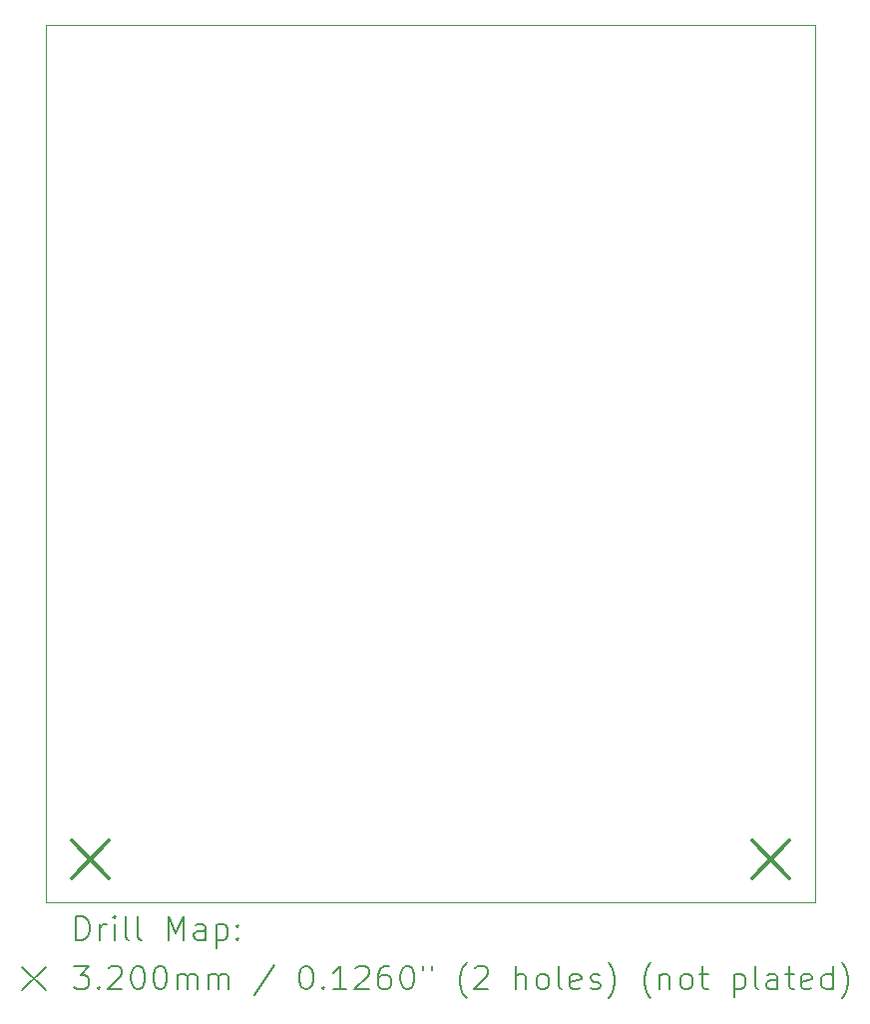
<source format=gbr>
%TF.GenerationSoftware,KiCad,Pcbnew,7.0.9*%
%TF.CreationDate,2024-01-21T16:29:30-08:00*%
%TF.ProjectId,QSE Filter,51534520-4669-46c7-9465-722e6b696361,rev?*%
%TF.SameCoordinates,Original*%
%TF.FileFunction,Drillmap*%
%TF.FilePolarity,Positive*%
%FSLAX45Y45*%
G04 Gerber Fmt 4.5, Leading zero omitted, Abs format (unit mm)*
G04 Created by KiCad (PCBNEW 7.0.9) date 2024-01-21 16:29:30*
%MOMM*%
%LPD*%
G01*
G04 APERTURE LIST*
%ADD10C,0.100000*%
%ADD11C,0.200000*%
%ADD12C,0.320000*%
G04 APERTURE END LIST*
D10*
X7750000Y-4725000D02*
X14275000Y-4725000D01*
X14275000Y-12170000D01*
X7750000Y-12170000D01*
X7750000Y-4725000D01*
D11*
D12*
X7965000Y-11640000D02*
X8285000Y-11960000D01*
X8285000Y-11640000D02*
X7965000Y-11960000D01*
X13740000Y-11640000D02*
X14060000Y-11960000D01*
X14060000Y-11640000D02*
X13740000Y-11960000D01*
D11*
X8005777Y-12486484D02*
X8005777Y-12286484D01*
X8005777Y-12286484D02*
X8053396Y-12286484D01*
X8053396Y-12286484D02*
X8081967Y-12296008D01*
X8081967Y-12296008D02*
X8101015Y-12315055D01*
X8101015Y-12315055D02*
X8110539Y-12334103D01*
X8110539Y-12334103D02*
X8120062Y-12372198D01*
X8120062Y-12372198D02*
X8120062Y-12400769D01*
X8120062Y-12400769D02*
X8110539Y-12438865D01*
X8110539Y-12438865D02*
X8101015Y-12457912D01*
X8101015Y-12457912D02*
X8081967Y-12476960D01*
X8081967Y-12476960D02*
X8053396Y-12486484D01*
X8053396Y-12486484D02*
X8005777Y-12486484D01*
X8205777Y-12486484D02*
X8205777Y-12353150D01*
X8205777Y-12391246D02*
X8215301Y-12372198D01*
X8215301Y-12372198D02*
X8224824Y-12362674D01*
X8224824Y-12362674D02*
X8243872Y-12353150D01*
X8243872Y-12353150D02*
X8262920Y-12353150D01*
X8329586Y-12486484D02*
X8329586Y-12353150D01*
X8329586Y-12286484D02*
X8320062Y-12296008D01*
X8320062Y-12296008D02*
X8329586Y-12305531D01*
X8329586Y-12305531D02*
X8339110Y-12296008D01*
X8339110Y-12296008D02*
X8329586Y-12286484D01*
X8329586Y-12286484D02*
X8329586Y-12305531D01*
X8453396Y-12486484D02*
X8434348Y-12476960D01*
X8434348Y-12476960D02*
X8424824Y-12457912D01*
X8424824Y-12457912D02*
X8424824Y-12286484D01*
X8558158Y-12486484D02*
X8539110Y-12476960D01*
X8539110Y-12476960D02*
X8529586Y-12457912D01*
X8529586Y-12457912D02*
X8529586Y-12286484D01*
X8786729Y-12486484D02*
X8786729Y-12286484D01*
X8786729Y-12286484D02*
X8853396Y-12429341D01*
X8853396Y-12429341D02*
X8920063Y-12286484D01*
X8920063Y-12286484D02*
X8920063Y-12486484D01*
X9101015Y-12486484D02*
X9101015Y-12381722D01*
X9101015Y-12381722D02*
X9091491Y-12362674D01*
X9091491Y-12362674D02*
X9072444Y-12353150D01*
X9072444Y-12353150D02*
X9034348Y-12353150D01*
X9034348Y-12353150D02*
X9015301Y-12362674D01*
X9101015Y-12476960D02*
X9081967Y-12486484D01*
X9081967Y-12486484D02*
X9034348Y-12486484D01*
X9034348Y-12486484D02*
X9015301Y-12476960D01*
X9015301Y-12476960D02*
X9005777Y-12457912D01*
X9005777Y-12457912D02*
X9005777Y-12438865D01*
X9005777Y-12438865D02*
X9015301Y-12419817D01*
X9015301Y-12419817D02*
X9034348Y-12410293D01*
X9034348Y-12410293D02*
X9081967Y-12410293D01*
X9081967Y-12410293D02*
X9101015Y-12400769D01*
X9196253Y-12353150D02*
X9196253Y-12553150D01*
X9196253Y-12362674D02*
X9215301Y-12353150D01*
X9215301Y-12353150D02*
X9253396Y-12353150D01*
X9253396Y-12353150D02*
X9272444Y-12362674D01*
X9272444Y-12362674D02*
X9281967Y-12372198D01*
X9281967Y-12372198D02*
X9291491Y-12391246D01*
X9291491Y-12391246D02*
X9291491Y-12448388D01*
X9291491Y-12448388D02*
X9281967Y-12467436D01*
X9281967Y-12467436D02*
X9272444Y-12476960D01*
X9272444Y-12476960D02*
X9253396Y-12486484D01*
X9253396Y-12486484D02*
X9215301Y-12486484D01*
X9215301Y-12486484D02*
X9196253Y-12476960D01*
X9377205Y-12467436D02*
X9386729Y-12476960D01*
X9386729Y-12476960D02*
X9377205Y-12486484D01*
X9377205Y-12486484D02*
X9367682Y-12476960D01*
X9367682Y-12476960D02*
X9377205Y-12467436D01*
X9377205Y-12467436D02*
X9377205Y-12486484D01*
X9377205Y-12362674D02*
X9386729Y-12372198D01*
X9386729Y-12372198D02*
X9377205Y-12381722D01*
X9377205Y-12381722D02*
X9367682Y-12372198D01*
X9367682Y-12372198D02*
X9377205Y-12362674D01*
X9377205Y-12362674D02*
X9377205Y-12381722D01*
X7545000Y-12715000D02*
X7745000Y-12915000D01*
X7745000Y-12715000D02*
X7545000Y-12915000D01*
X7986729Y-12706484D02*
X8110539Y-12706484D01*
X8110539Y-12706484D02*
X8043872Y-12782674D01*
X8043872Y-12782674D02*
X8072443Y-12782674D01*
X8072443Y-12782674D02*
X8091491Y-12792198D01*
X8091491Y-12792198D02*
X8101015Y-12801722D01*
X8101015Y-12801722D02*
X8110539Y-12820769D01*
X8110539Y-12820769D02*
X8110539Y-12868388D01*
X8110539Y-12868388D02*
X8101015Y-12887436D01*
X8101015Y-12887436D02*
X8091491Y-12896960D01*
X8091491Y-12896960D02*
X8072443Y-12906484D01*
X8072443Y-12906484D02*
X8015301Y-12906484D01*
X8015301Y-12906484D02*
X7996253Y-12896960D01*
X7996253Y-12896960D02*
X7986729Y-12887436D01*
X8196253Y-12887436D02*
X8205777Y-12896960D01*
X8205777Y-12896960D02*
X8196253Y-12906484D01*
X8196253Y-12906484D02*
X8186729Y-12896960D01*
X8186729Y-12896960D02*
X8196253Y-12887436D01*
X8196253Y-12887436D02*
X8196253Y-12906484D01*
X8281967Y-12725531D02*
X8291491Y-12716008D01*
X8291491Y-12716008D02*
X8310539Y-12706484D01*
X8310539Y-12706484D02*
X8358158Y-12706484D01*
X8358158Y-12706484D02*
X8377205Y-12716008D01*
X8377205Y-12716008D02*
X8386729Y-12725531D01*
X8386729Y-12725531D02*
X8396253Y-12744579D01*
X8396253Y-12744579D02*
X8396253Y-12763627D01*
X8396253Y-12763627D02*
X8386729Y-12792198D01*
X8386729Y-12792198D02*
X8272443Y-12906484D01*
X8272443Y-12906484D02*
X8396253Y-12906484D01*
X8520063Y-12706484D02*
X8539110Y-12706484D01*
X8539110Y-12706484D02*
X8558158Y-12716008D01*
X8558158Y-12716008D02*
X8567682Y-12725531D01*
X8567682Y-12725531D02*
X8577205Y-12744579D01*
X8577205Y-12744579D02*
X8586729Y-12782674D01*
X8586729Y-12782674D02*
X8586729Y-12830293D01*
X8586729Y-12830293D02*
X8577205Y-12868388D01*
X8577205Y-12868388D02*
X8567682Y-12887436D01*
X8567682Y-12887436D02*
X8558158Y-12896960D01*
X8558158Y-12896960D02*
X8539110Y-12906484D01*
X8539110Y-12906484D02*
X8520063Y-12906484D01*
X8520063Y-12906484D02*
X8501015Y-12896960D01*
X8501015Y-12896960D02*
X8491491Y-12887436D01*
X8491491Y-12887436D02*
X8481967Y-12868388D01*
X8481967Y-12868388D02*
X8472444Y-12830293D01*
X8472444Y-12830293D02*
X8472444Y-12782674D01*
X8472444Y-12782674D02*
X8481967Y-12744579D01*
X8481967Y-12744579D02*
X8491491Y-12725531D01*
X8491491Y-12725531D02*
X8501015Y-12716008D01*
X8501015Y-12716008D02*
X8520063Y-12706484D01*
X8710539Y-12706484D02*
X8729586Y-12706484D01*
X8729586Y-12706484D02*
X8748634Y-12716008D01*
X8748634Y-12716008D02*
X8758158Y-12725531D01*
X8758158Y-12725531D02*
X8767682Y-12744579D01*
X8767682Y-12744579D02*
X8777205Y-12782674D01*
X8777205Y-12782674D02*
X8777205Y-12830293D01*
X8777205Y-12830293D02*
X8767682Y-12868388D01*
X8767682Y-12868388D02*
X8758158Y-12887436D01*
X8758158Y-12887436D02*
X8748634Y-12896960D01*
X8748634Y-12896960D02*
X8729586Y-12906484D01*
X8729586Y-12906484D02*
X8710539Y-12906484D01*
X8710539Y-12906484D02*
X8691491Y-12896960D01*
X8691491Y-12896960D02*
X8681967Y-12887436D01*
X8681967Y-12887436D02*
X8672444Y-12868388D01*
X8672444Y-12868388D02*
X8662920Y-12830293D01*
X8662920Y-12830293D02*
X8662920Y-12782674D01*
X8662920Y-12782674D02*
X8672444Y-12744579D01*
X8672444Y-12744579D02*
X8681967Y-12725531D01*
X8681967Y-12725531D02*
X8691491Y-12716008D01*
X8691491Y-12716008D02*
X8710539Y-12706484D01*
X8862920Y-12906484D02*
X8862920Y-12773150D01*
X8862920Y-12792198D02*
X8872444Y-12782674D01*
X8872444Y-12782674D02*
X8891491Y-12773150D01*
X8891491Y-12773150D02*
X8920063Y-12773150D01*
X8920063Y-12773150D02*
X8939110Y-12782674D01*
X8939110Y-12782674D02*
X8948634Y-12801722D01*
X8948634Y-12801722D02*
X8948634Y-12906484D01*
X8948634Y-12801722D02*
X8958158Y-12782674D01*
X8958158Y-12782674D02*
X8977205Y-12773150D01*
X8977205Y-12773150D02*
X9005777Y-12773150D01*
X9005777Y-12773150D02*
X9024825Y-12782674D01*
X9024825Y-12782674D02*
X9034348Y-12801722D01*
X9034348Y-12801722D02*
X9034348Y-12906484D01*
X9129586Y-12906484D02*
X9129586Y-12773150D01*
X9129586Y-12792198D02*
X9139110Y-12782674D01*
X9139110Y-12782674D02*
X9158158Y-12773150D01*
X9158158Y-12773150D02*
X9186729Y-12773150D01*
X9186729Y-12773150D02*
X9205777Y-12782674D01*
X9205777Y-12782674D02*
X9215301Y-12801722D01*
X9215301Y-12801722D02*
X9215301Y-12906484D01*
X9215301Y-12801722D02*
X9224825Y-12782674D01*
X9224825Y-12782674D02*
X9243872Y-12773150D01*
X9243872Y-12773150D02*
X9272444Y-12773150D01*
X9272444Y-12773150D02*
X9291491Y-12782674D01*
X9291491Y-12782674D02*
X9301015Y-12801722D01*
X9301015Y-12801722D02*
X9301015Y-12906484D01*
X9691491Y-12696960D02*
X9520063Y-12954103D01*
X9948634Y-12706484D02*
X9967682Y-12706484D01*
X9967682Y-12706484D02*
X9986729Y-12716008D01*
X9986729Y-12716008D02*
X9996253Y-12725531D01*
X9996253Y-12725531D02*
X10005777Y-12744579D01*
X10005777Y-12744579D02*
X10015301Y-12782674D01*
X10015301Y-12782674D02*
X10015301Y-12830293D01*
X10015301Y-12830293D02*
X10005777Y-12868388D01*
X10005777Y-12868388D02*
X9996253Y-12887436D01*
X9996253Y-12887436D02*
X9986729Y-12896960D01*
X9986729Y-12896960D02*
X9967682Y-12906484D01*
X9967682Y-12906484D02*
X9948634Y-12906484D01*
X9948634Y-12906484D02*
X9929587Y-12896960D01*
X9929587Y-12896960D02*
X9920063Y-12887436D01*
X9920063Y-12887436D02*
X9910539Y-12868388D01*
X9910539Y-12868388D02*
X9901015Y-12830293D01*
X9901015Y-12830293D02*
X9901015Y-12782674D01*
X9901015Y-12782674D02*
X9910539Y-12744579D01*
X9910539Y-12744579D02*
X9920063Y-12725531D01*
X9920063Y-12725531D02*
X9929587Y-12716008D01*
X9929587Y-12716008D02*
X9948634Y-12706484D01*
X10101015Y-12887436D02*
X10110539Y-12896960D01*
X10110539Y-12896960D02*
X10101015Y-12906484D01*
X10101015Y-12906484D02*
X10091491Y-12896960D01*
X10091491Y-12896960D02*
X10101015Y-12887436D01*
X10101015Y-12887436D02*
X10101015Y-12906484D01*
X10301015Y-12906484D02*
X10186729Y-12906484D01*
X10243872Y-12906484D02*
X10243872Y-12706484D01*
X10243872Y-12706484D02*
X10224825Y-12735055D01*
X10224825Y-12735055D02*
X10205777Y-12754103D01*
X10205777Y-12754103D02*
X10186729Y-12763627D01*
X10377206Y-12725531D02*
X10386729Y-12716008D01*
X10386729Y-12716008D02*
X10405777Y-12706484D01*
X10405777Y-12706484D02*
X10453396Y-12706484D01*
X10453396Y-12706484D02*
X10472444Y-12716008D01*
X10472444Y-12716008D02*
X10481968Y-12725531D01*
X10481968Y-12725531D02*
X10491491Y-12744579D01*
X10491491Y-12744579D02*
X10491491Y-12763627D01*
X10491491Y-12763627D02*
X10481968Y-12792198D01*
X10481968Y-12792198D02*
X10367682Y-12906484D01*
X10367682Y-12906484D02*
X10491491Y-12906484D01*
X10662920Y-12706484D02*
X10624825Y-12706484D01*
X10624825Y-12706484D02*
X10605777Y-12716008D01*
X10605777Y-12716008D02*
X10596253Y-12725531D01*
X10596253Y-12725531D02*
X10577206Y-12754103D01*
X10577206Y-12754103D02*
X10567682Y-12792198D01*
X10567682Y-12792198D02*
X10567682Y-12868388D01*
X10567682Y-12868388D02*
X10577206Y-12887436D01*
X10577206Y-12887436D02*
X10586729Y-12896960D01*
X10586729Y-12896960D02*
X10605777Y-12906484D01*
X10605777Y-12906484D02*
X10643872Y-12906484D01*
X10643872Y-12906484D02*
X10662920Y-12896960D01*
X10662920Y-12896960D02*
X10672444Y-12887436D01*
X10672444Y-12887436D02*
X10681968Y-12868388D01*
X10681968Y-12868388D02*
X10681968Y-12820769D01*
X10681968Y-12820769D02*
X10672444Y-12801722D01*
X10672444Y-12801722D02*
X10662920Y-12792198D01*
X10662920Y-12792198D02*
X10643872Y-12782674D01*
X10643872Y-12782674D02*
X10605777Y-12782674D01*
X10605777Y-12782674D02*
X10586729Y-12792198D01*
X10586729Y-12792198D02*
X10577206Y-12801722D01*
X10577206Y-12801722D02*
X10567682Y-12820769D01*
X10805777Y-12706484D02*
X10824825Y-12706484D01*
X10824825Y-12706484D02*
X10843872Y-12716008D01*
X10843872Y-12716008D02*
X10853396Y-12725531D01*
X10853396Y-12725531D02*
X10862920Y-12744579D01*
X10862920Y-12744579D02*
X10872444Y-12782674D01*
X10872444Y-12782674D02*
X10872444Y-12830293D01*
X10872444Y-12830293D02*
X10862920Y-12868388D01*
X10862920Y-12868388D02*
X10853396Y-12887436D01*
X10853396Y-12887436D02*
X10843872Y-12896960D01*
X10843872Y-12896960D02*
X10824825Y-12906484D01*
X10824825Y-12906484D02*
X10805777Y-12906484D01*
X10805777Y-12906484D02*
X10786729Y-12896960D01*
X10786729Y-12896960D02*
X10777206Y-12887436D01*
X10777206Y-12887436D02*
X10767682Y-12868388D01*
X10767682Y-12868388D02*
X10758158Y-12830293D01*
X10758158Y-12830293D02*
X10758158Y-12782674D01*
X10758158Y-12782674D02*
X10767682Y-12744579D01*
X10767682Y-12744579D02*
X10777206Y-12725531D01*
X10777206Y-12725531D02*
X10786729Y-12716008D01*
X10786729Y-12716008D02*
X10805777Y-12706484D01*
X10948634Y-12706484D02*
X10948634Y-12744579D01*
X11024825Y-12706484D02*
X11024825Y-12744579D01*
X11320063Y-12982674D02*
X11310539Y-12973150D01*
X11310539Y-12973150D02*
X11291491Y-12944579D01*
X11291491Y-12944579D02*
X11281968Y-12925531D01*
X11281968Y-12925531D02*
X11272444Y-12896960D01*
X11272444Y-12896960D02*
X11262920Y-12849341D01*
X11262920Y-12849341D02*
X11262920Y-12811246D01*
X11262920Y-12811246D02*
X11272444Y-12763627D01*
X11272444Y-12763627D02*
X11281968Y-12735055D01*
X11281968Y-12735055D02*
X11291491Y-12716008D01*
X11291491Y-12716008D02*
X11310539Y-12687436D01*
X11310539Y-12687436D02*
X11320063Y-12677912D01*
X11386729Y-12725531D02*
X11396253Y-12716008D01*
X11396253Y-12716008D02*
X11415301Y-12706484D01*
X11415301Y-12706484D02*
X11462920Y-12706484D01*
X11462920Y-12706484D02*
X11481968Y-12716008D01*
X11481968Y-12716008D02*
X11491491Y-12725531D01*
X11491491Y-12725531D02*
X11501015Y-12744579D01*
X11501015Y-12744579D02*
X11501015Y-12763627D01*
X11501015Y-12763627D02*
X11491491Y-12792198D01*
X11491491Y-12792198D02*
X11377206Y-12906484D01*
X11377206Y-12906484D02*
X11501015Y-12906484D01*
X11739110Y-12906484D02*
X11739110Y-12706484D01*
X11824825Y-12906484D02*
X11824825Y-12801722D01*
X11824825Y-12801722D02*
X11815301Y-12782674D01*
X11815301Y-12782674D02*
X11796253Y-12773150D01*
X11796253Y-12773150D02*
X11767682Y-12773150D01*
X11767682Y-12773150D02*
X11748634Y-12782674D01*
X11748634Y-12782674D02*
X11739110Y-12792198D01*
X11948634Y-12906484D02*
X11929587Y-12896960D01*
X11929587Y-12896960D02*
X11920063Y-12887436D01*
X11920063Y-12887436D02*
X11910539Y-12868388D01*
X11910539Y-12868388D02*
X11910539Y-12811246D01*
X11910539Y-12811246D02*
X11920063Y-12792198D01*
X11920063Y-12792198D02*
X11929587Y-12782674D01*
X11929587Y-12782674D02*
X11948634Y-12773150D01*
X11948634Y-12773150D02*
X11977206Y-12773150D01*
X11977206Y-12773150D02*
X11996253Y-12782674D01*
X11996253Y-12782674D02*
X12005777Y-12792198D01*
X12005777Y-12792198D02*
X12015301Y-12811246D01*
X12015301Y-12811246D02*
X12015301Y-12868388D01*
X12015301Y-12868388D02*
X12005777Y-12887436D01*
X12005777Y-12887436D02*
X11996253Y-12896960D01*
X11996253Y-12896960D02*
X11977206Y-12906484D01*
X11977206Y-12906484D02*
X11948634Y-12906484D01*
X12129587Y-12906484D02*
X12110539Y-12896960D01*
X12110539Y-12896960D02*
X12101015Y-12877912D01*
X12101015Y-12877912D02*
X12101015Y-12706484D01*
X12281968Y-12896960D02*
X12262920Y-12906484D01*
X12262920Y-12906484D02*
X12224825Y-12906484D01*
X12224825Y-12906484D02*
X12205777Y-12896960D01*
X12205777Y-12896960D02*
X12196253Y-12877912D01*
X12196253Y-12877912D02*
X12196253Y-12801722D01*
X12196253Y-12801722D02*
X12205777Y-12782674D01*
X12205777Y-12782674D02*
X12224825Y-12773150D01*
X12224825Y-12773150D02*
X12262920Y-12773150D01*
X12262920Y-12773150D02*
X12281968Y-12782674D01*
X12281968Y-12782674D02*
X12291491Y-12801722D01*
X12291491Y-12801722D02*
X12291491Y-12820769D01*
X12291491Y-12820769D02*
X12196253Y-12839817D01*
X12367682Y-12896960D02*
X12386730Y-12906484D01*
X12386730Y-12906484D02*
X12424825Y-12906484D01*
X12424825Y-12906484D02*
X12443872Y-12896960D01*
X12443872Y-12896960D02*
X12453396Y-12877912D01*
X12453396Y-12877912D02*
X12453396Y-12868388D01*
X12453396Y-12868388D02*
X12443872Y-12849341D01*
X12443872Y-12849341D02*
X12424825Y-12839817D01*
X12424825Y-12839817D02*
X12396253Y-12839817D01*
X12396253Y-12839817D02*
X12377206Y-12830293D01*
X12377206Y-12830293D02*
X12367682Y-12811246D01*
X12367682Y-12811246D02*
X12367682Y-12801722D01*
X12367682Y-12801722D02*
X12377206Y-12782674D01*
X12377206Y-12782674D02*
X12396253Y-12773150D01*
X12396253Y-12773150D02*
X12424825Y-12773150D01*
X12424825Y-12773150D02*
X12443872Y-12782674D01*
X12520063Y-12982674D02*
X12529587Y-12973150D01*
X12529587Y-12973150D02*
X12548634Y-12944579D01*
X12548634Y-12944579D02*
X12558158Y-12925531D01*
X12558158Y-12925531D02*
X12567682Y-12896960D01*
X12567682Y-12896960D02*
X12577206Y-12849341D01*
X12577206Y-12849341D02*
X12577206Y-12811246D01*
X12577206Y-12811246D02*
X12567682Y-12763627D01*
X12567682Y-12763627D02*
X12558158Y-12735055D01*
X12558158Y-12735055D02*
X12548634Y-12716008D01*
X12548634Y-12716008D02*
X12529587Y-12687436D01*
X12529587Y-12687436D02*
X12520063Y-12677912D01*
X12881968Y-12982674D02*
X12872444Y-12973150D01*
X12872444Y-12973150D02*
X12853396Y-12944579D01*
X12853396Y-12944579D02*
X12843872Y-12925531D01*
X12843872Y-12925531D02*
X12834349Y-12896960D01*
X12834349Y-12896960D02*
X12824825Y-12849341D01*
X12824825Y-12849341D02*
X12824825Y-12811246D01*
X12824825Y-12811246D02*
X12834349Y-12763627D01*
X12834349Y-12763627D02*
X12843872Y-12735055D01*
X12843872Y-12735055D02*
X12853396Y-12716008D01*
X12853396Y-12716008D02*
X12872444Y-12687436D01*
X12872444Y-12687436D02*
X12881968Y-12677912D01*
X12958158Y-12773150D02*
X12958158Y-12906484D01*
X12958158Y-12792198D02*
X12967682Y-12782674D01*
X12967682Y-12782674D02*
X12986730Y-12773150D01*
X12986730Y-12773150D02*
X13015301Y-12773150D01*
X13015301Y-12773150D02*
X13034349Y-12782674D01*
X13034349Y-12782674D02*
X13043872Y-12801722D01*
X13043872Y-12801722D02*
X13043872Y-12906484D01*
X13167682Y-12906484D02*
X13148634Y-12896960D01*
X13148634Y-12896960D02*
X13139111Y-12887436D01*
X13139111Y-12887436D02*
X13129587Y-12868388D01*
X13129587Y-12868388D02*
X13129587Y-12811246D01*
X13129587Y-12811246D02*
X13139111Y-12792198D01*
X13139111Y-12792198D02*
X13148634Y-12782674D01*
X13148634Y-12782674D02*
X13167682Y-12773150D01*
X13167682Y-12773150D02*
X13196253Y-12773150D01*
X13196253Y-12773150D02*
X13215301Y-12782674D01*
X13215301Y-12782674D02*
X13224825Y-12792198D01*
X13224825Y-12792198D02*
X13234349Y-12811246D01*
X13234349Y-12811246D02*
X13234349Y-12868388D01*
X13234349Y-12868388D02*
X13224825Y-12887436D01*
X13224825Y-12887436D02*
X13215301Y-12896960D01*
X13215301Y-12896960D02*
X13196253Y-12906484D01*
X13196253Y-12906484D02*
X13167682Y-12906484D01*
X13291492Y-12773150D02*
X13367682Y-12773150D01*
X13320063Y-12706484D02*
X13320063Y-12877912D01*
X13320063Y-12877912D02*
X13329587Y-12896960D01*
X13329587Y-12896960D02*
X13348634Y-12906484D01*
X13348634Y-12906484D02*
X13367682Y-12906484D01*
X13586730Y-12773150D02*
X13586730Y-12973150D01*
X13586730Y-12782674D02*
X13605777Y-12773150D01*
X13605777Y-12773150D02*
X13643873Y-12773150D01*
X13643873Y-12773150D02*
X13662920Y-12782674D01*
X13662920Y-12782674D02*
X13672444Y-12792198D01*
X13672444Y-12792198D02*
X13681968Y-12811246D01*
X13681968Y-12811246D02*
X13681968Y-12868388D01*
X13681968Y-12868388D02*
X13672444Y-12887436D01*
X13672444Y-12887436D02*
X13662920Y-12896960D01*
X13662920Y-12896960D02*
X13643873Y-12906484D01*
X13643873Y-12906484D02*
X13605777Y-12906484D01*
X13605777Y-12906484D02*
X13586730Y-12896960D01*
X13796253Y-12906484D02*
X13777206Y-12896960D01*
X13777206Y-12896960D02*
X13767682Y-12877912D01*
X13767682Y-12877912D02*
X13767682Y-12706484D01*
X13958158Y-12906484D02*
X13958158Y-12801722D01*
X13958158Y-12801722D02*
X13948634Y-12782674D01*
X13948634Y-12782674D02*
X13929587Y-12773150D01*
X13929587Y-12773150D02*
X13891492Y-12773150D01*
X13891492Y-12773150D02*
X13872444Y-12782674D01*
X13958158Y-12896960D02*
X13939111Y-12906484D01*
X13939111Y-12906484D02*
X13891492Y-12906484D01*
X13891492Y-12906484D02*
X13872444Y-12896960D01*
X13872444Y-12896960D02*
X13862920Y-12877912D01*
X13862920Y-12877912D02*
X13862920Y-12858865D01*
X13862920Y-12858865D02*
X13872444Y-12839817D01*
X13872444Y-12839817D02*
X13891492Y-12830293D01*
X13891492Y-12830293D02*
X13939111Y-12830293D01*
X13939111Y-12830293D02*
X13958158Y-12820769D01*
X14024825Y-12773150D02*
X14101015Y-12773150D01*
X14053396Y-12706484D02*
X14053396Y-12877912D01*
X14053396Y-12877912D02*
X14062920Y-12896960D01*
X14062920Y-12896960D02*
X14081968Y-12906484D01*
X14081968Y-12906484D02*
X14101015Y-12906484D01*
X14243873Y-12896960D02*
X14224825Y-12906484D01*
X14224825Y-12906484D02*
X14186730Y-12906484D01*
X14186730Y-12906484D02*
X14167682Y-12896960D01*
X14167682Y-12896960D02*
X14158158Y-12877912D01*
X14158158Y-12877912D02*
X14158158Y-12801722D01*
X14158158Y-12801722D02*
X14167682Y-12782674D01*
X14167682Y-12782674D02*
X14186730Y-12773150D01*
X14186730Y-12773150D02*
X14224825Y-12773150D01*
X14224825Y-12773150D02*
X14243873Y-12782674D01*
X14243873Y-12782674D02*
X14253396Y-12801722D01*
X14253396Y-12801722D02*
X14253396Y-12820769D01*
X14253396Y-12820769D02*
X14158158Y-12839817D01*
X14424825Y-12906484D02*
X14424825Y-12706484D01*
X14424825Y-12896960D02*
X14405777Y-12906484D01*
X14405777Y-12906484D02*
X14367682Y-12906484D01*
X14367682Y-12906484D02*
X14348634Y-12896960D01*
X14348634Y-12896960D02*
X14339111Y-12887436D01*
X14339111Y-12887436D02*
X14329587Y-12868388D01*
X14329587Y-12868388D02*
X14329587Y-12811246D01*
X14329587Y-12811246D02*
X14339111Y-12792198D01*
X14339111Y-12792198D02*
X14348634Y-12782674D01*
X14348634Y-12782674D02*
X14367682Y-12773150D01*
X14367682Y-12773150D02*
X14405777Y-12773150D01*
X14405777Y-12773150D02*
X14424825Y-12782674D01*
X14501015Y-12982674D02*
X14510539Y-12973150D01*
X14510539Y-12973150D02*
X14529587Y-12944579D01*
X14529587Y-12944579D02*
X14539111Y-12925531D01*
X14539111Y-12925531D02*
X14548634Y-12896960D01*
X14548634Y-12896960D02*
X14558158Y-12849341D01*
X14558158Y-12849341D02*
X14558158Y-12811246D01*
X14558158Y-12811246D02*
X14548634Y-12763627D01*
X14548634Y-12763627D02*
X14539111Y-12735055D01*
X14539111Y-12735055D02*
X14529587Y-12716008D01*
X14529587Y-12716008D02*
X14510539Y-12687436D01*
X14510539Y-12687436D02*
X14501015Y-12677912D01*
M02*

</source>
